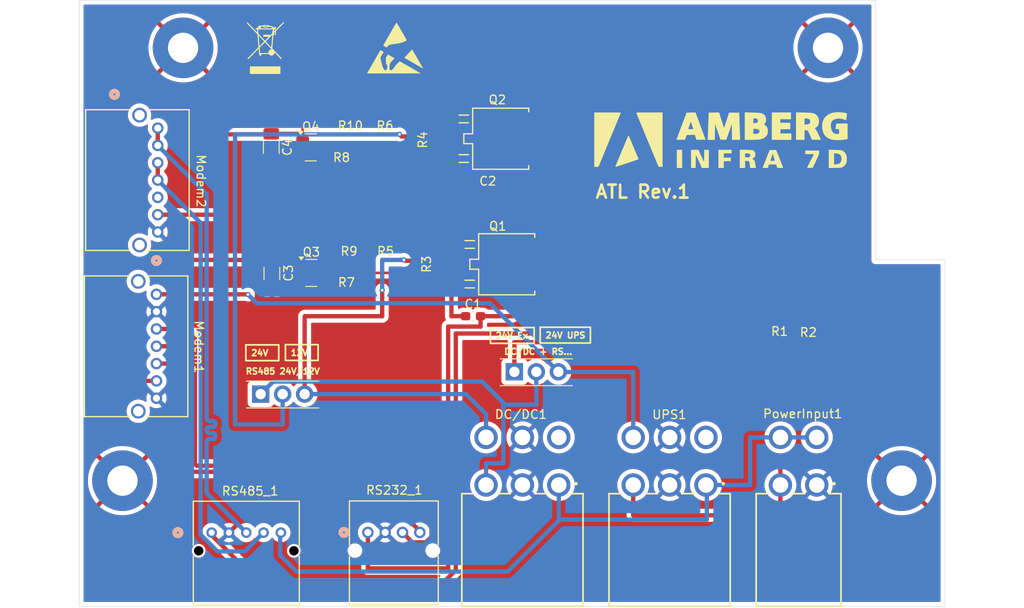
<source format=kicad_pcb>
(kicad_pcb (version 20240108) (generator "pcbnew") (generator_version "8.0")
  (title_block (title "Print.ATL") (date "2025-02-12") (rev "1.0"))
  (layers (0 "F.Cu" signal) (31 "B.Cu" signal) (34 "B.Paste" user) (35 "F.Paste" user) (36 "B.SilkS" user "B.Silkscreen") (37 "F.SilkS" user "F.Silkscreen") (38 "B.Mask" user) (39 "F.Mask" user) (44 "Edge.Cuts" user))
  (net 0 "")
  (net 1 "RS232_Plus")
  (net 2 "Net-(Q1-G)")
  (net 3 "Net-(Q2-G)")
  (net 4 "RS485_Plus")
  (net 5 "GND")
  (net 6 "Switch_RS232")
  (net 7 "Switch_RS485")
  (net 9 "Plus_13.5")
  (net 10 "Earth")
  (net 11 "Plus_DC24")
  (net 12 "Ex_Plus")
  (net 13 "Plus_24")
  (net 14 "Net-(Jumper_RS1-Pin_2)")
  (net 15 "RX")
  (net 16 "Signal_ExternPower")
  (net 17 "TX")
  (net 19 "R{slash}D-")
  (net 20 "R{slash}D+")
  (net 21 "Net-(Q3-D)")
  (net 22 "Net-(Q4-D)")
  (footprint "6490XX29522_64900629522:64900629522" (layer "F.Cu") (at 148.2 116)
    (property "Reference" "DC/DC1" (at -0.175 -15.65 0) (layer "F.SilkS"))
    (property "Value" "Conn_01x06_Pin")
    (pad "1" thru_hole circle (at 4.2 -7.5) (size 2.7 2.7) (drill 1.8) (layers "*.Cu" "*.Mask") (net 10 "Earth"))
    (pad "2" thru_hole circle (at 0 -7.5) (size 2.7 2.7) (drill 1.8) (layers "*.Cu" "*.Mask") (net 5 "GND"))
    (pad "3" thru_hole circle (at -4.2 -7.5) (size 2.7 2.7) (drill 1.8) (layers "*.Cu" "*.Mask") (net 11 "Plus_DC24"))
    (pad "4" thru_hole circle (at 4.2 -13) (size 2.7 2.7) (drill 1.8) (layers "*.Cu" "*.Mask"))
    (pad "5" thru_hole circle (at 0 -13) (size 2.7 2.7) (drill 1.8) (layers "*.Cu" "*.Mask") (net 5 "GND"))
    (pad "6" thru_hole circle (at -4.2 -13) (size 2.7 2.7) (drill 1.8) (layers "*.Cu" "*.Mask") (net 9 "Plus_13.5"))
  )
  (footprint "footprints:TO-252_D-PAK_AOS" (layer "F.Cu") (at 145.686825 68.5 -90)
    (property "Reference" "Q2" (at -4.5 0.386825 0) (layer "F.SilkS"))
    (property "Value" "NMOS")
    (pad "1" smd rect (at -2.286 6.5405 270) (size 0.9398 2.7432) (layers "F.Cu" "F.Paste" "F.Mask") (net 14 "Net-(Jumper_RS1-Pin_2)"))
    (pad "2" smd rect (at 2.286 6.5405 270) (size 0.9398 2.7432) (layers "F.Cu" "F.Paste" "F.Mask") (net 3 "Net-(Q2-G)"))
    (pad "3" smd rect (at 0 -1.8669 270) (size 5.5626 6.096) (layers "F.Cu" "F.Paste" "F.Mask") (net 4 "RS485_Plus"))
  )
  (footprint "Resistor_SMD:R_01005_0402Metric_Pad0.57x0.30mm_HandSolder" (layer "F.Cu") (at 132.396 80.5 180)
    (property "Reference" "R5" (at 0 -1 0) (layer "F.SilkS"))
    (property "Value" "220k")
    (pad "1" smd roundrect (at -0.3375 0 180) (size 0.575 0.3) (layers "F.Cu" "F.Mask") (net 9 "Plus_13.5"))
    (pad "2" smd roundrect (at 0.3375 0 180) (size 0.575 0.3) (layers "F.Cu" "F.Mask") (net 6 "Switch_RS232"))
  )
  (footprint "Resistor_SMD:R_01005_0402Metric_Pad0.57x0.30mm_HandSolder" (layer "F.Cu") (at 127.325725 69.5)
    (property "Reference" "R8" (at -0.025725 1.175 0) (layer "F.SilkS"))
    (property "Value" "100k")
    (pad "1" smd roundrect (at -0.3375 0) (size 0.575 0.3) (layers "F.Cu" "F.Mask") (net 22 "Net-(Q4-D)"))
    (pad "2" smd roundrect (at 0.3375 0) (size 0.575 0.3) (layers "F.Cu" "F.Mask") (net 3 "Net-(Q2-G)"))
  )
  (footprint "Resistor_SMD:R_01005_0402Metric_Pad0.57x0.30mm_HandSolder" (layer "F.Cu") (at 128.171 80.5 180)
    (property "Reference" "R9" (at 0 -1 0) (layer "F.SilkS"))
    (property "Value" "220k")
    (pad "1" smd roundrect (at -0.3375 0 180) (size 0.575 0.3) (layers "F.Cu" "F.Mask") (net 6 "Switch_RS232"))
    (pad "2" smd roundrect (at 0.3375 0 180) (size 0.575 0.3) (layers "F.Cu" "F.Mask") (net 5 "GND"))
  )
  (footprint "MountingHole:MountingHole_3.5mm_Pad_TopBottom" (layer "F.Cu") (at 192 108)
    (property "Reference" "REF**" (hide yes))
    (property "Value" "MountingHole_3.5mm_Pad_TopBottom")
    (pad "1" thru_hole circle (at 0 0) (size 3.9 3.9) (drill 3.5) (layers "*.Cu" "*.Mask"))
    (pad "1" connect circle (at 0 0) (size 7 7) (layers "F.Cu" "F.Mask") (net 5 "GND"))
    (pad "1" connect circle (at 0 0) (size 7 7) (layers "B.Cu" "B.Mask"))
  )
  (footprint "footprints:TO-252_D-PAK_AOS" (layer "F.Cu") (at 146.3831 83 -90)
    (property "Reference" "Q1" (at -4.4 1.0331 0) (layer "F.SilkS"))
    (property "Value" "NMOS")
    (pad "1" smd rect (at -2.286 6.5405 270) (size 0.9398 2.7432) (layers "F.Cu" "F.Paste" "F.Mask") (net 9 "Plus_13.5"))
    (pad "2" smd rect (at 2.286 6.5405 270) (size 0.9398 2.7432) (layers "F.Cu" "F.Paste" "F.Mask") (net 2 "Net-(Q1-G)"))
    (pad "3" smd rect (at 0 -1.8669 270) (size 5.5626 6.096) (layers "F.Cu" "F.Paste" "F.Mask") (net 1 "RS232_Plus"))
  )
  (footprint "Capacitor_SMD:C_1206_3216Metric_Pad1.33x1.80mm_HandSolder" (layer "F.Cu") (at 119.2585 84.0625 -90)
    (property "Reference" "C3" (at -0.0375 -1.9165 -90) (layer "F.SilkS"))
    (property "Value" "10U")
    (pad "1" smd roundrect (at -1.5625 0 270) (size 1.325 1.8) (layers "F.Cu" "F.Paste" "F.Mask") (roundrect_rratio 0.188679) (net 6 "Switch_RS232"))
    (pad "2" smd roundrect (at 1.5625 0 270) (size 1.325 1.8) (layers "F.Cu" "F.Paste" "F.Mask") (roundrect_rratio 0.188679) (net 5 "GND"))
  )
  (footprint "Resistor_SMD:R_01005_0402Metric_Pad0.57x0.30mm_HandSolder" (layer "F.Cu") (at 177.9 91.7625)
    (property "Reference" "R1" (at 0 -1 0) (layer "F.SilkS"))
    (property "Value" "6k")
    (pad "1" smd roundrect (at -0.3375 0) (size 0.575 0.3) (layers "F.Cu" "F.Mask") (net 12 "Ex_Plus"))
    (pad "2" smd roundrect (at 0.3375 0) (size 0.575 0.3) (layers "F.Cu" "F.Mask") (net 16 "Signal_ExternPower"))
  )
  (footprint "S04B_PASK_2:CONN4_S04B-PASK_JST" (layer "F.Cu") (at 130.346901 118.979699)
    (property "Reference" "RS232_1" (at 3.053099 -9.879699 0) (layer "F.SilkS"))
    (property "Value" "Conn_01x04_Socket" (hide yes))
    (pad "" np_thru_hole circle (at -1.5 -2.899999) (size 1.1938 1.1938) (drill 1.1938) (layers "*.Cu" "*.Mask"))
    (pad "" np_thru_hole circle (at 7.499998 -2.899999) (size 1.1938 1.1938) (drill 1.1938) (layers "*.Cu" "*.Mask"))
    (pad "1" thru_hole circle (at 0 -5) (size 1.3208 1.3208) (drill 0.8128) (layers "*.Cu" "*.Mask") (net 1 "RS232_Plus"))
    (pad "2" thru_hole circle (at 1.999999 -5) (size 1.3208 1.3208) (drill 0.8128) (layers "*.Cu" "*.Mask") (net 5 "GND"))
    (pad "3" thru_hole circle (at 4 -5) (size 1.3208 1.3208) (drill 0.8128) (layers "*.Cu" "*.Mask") (net 17 "TX"))
    (pad "4" thru_hole circle (at 5.999998 -5) (size 1.3208 1.3208) (drill 0.8128) (layers "*.Cu" "*.Mask") (net 15 "RX"))
  )
  (footprint "Resistor_SMD:R_01005_0402Metric_Pad0.57x0.30mm_HandSolder" (layer "F.Cu") (at 136.124 83 -90)
    (property "Reference" "R3" (at 0 -1 90) (layer "F.SilkS"))
    (property "Value" "47k")
    (pad "1" smd roundrect (at -0.3375 0 270) (size 0.575 0.3) (layers "F.Cu" "F.Mask") (net 9 "Plus_13.5"))
    (pad "2" smd roundrect (at 0.3375 0 270) (size 0.575 0.3) (layers "F.Cu" "F.Mask") (net 2 "Net-(Q1-G)"))
  )
  (footprint "Symbol:Symbol_HighVoltage_Triangle_6x6mm_Copper" (layer "F.Cu") (at 125.5 58)
    (property "Reference" "REF**" (hide yes))
    (property "Value" "Symbol_HighVoltage_Triangle_6x6mm_Copper" (hide yes))
    (fp_line (start -3 2.6) (end 0 -2.6) (stroke (width 0.4)) (layer "F.Cu"))
    (fp_line (start -2.456839 2.564632) (end -2.723161 2.155368) (stroke (width 0.2)) (layer "F.Cu"))
    (fp_line (start -0.28 0.03) (end -0.08 0.21) (stroke (width 0.2)) (layer "F.Cu"))
    (fp_line (start -0.26 1.36) (end 0.21 1.46) (stroke (width 0.1016)) (layer "F.Cu"))
    (fp_line (start -0.135 0.295) (end 0.115 0.465) (stroke (width 0.2)) (layer "F.Cu"))
    (fp_line (start -0.125 -2.14) (end 0.125 -2.14) (stroke (width 0.2)) (layer "F.Cu"))
    (fp_line (start 0 -2.6) (end 3 2.6) (stroke (width 0.4)) (layer "F.Cu"))
    (fp_line (start 2.466839 2.564632) (end 2.733161 2.155368) (stroke (width 0.2)) (layer "F.Cu"))
    (fp_line (start 3 2.6) (end -3 2.6) (stroke (width 0.4)) (layer "F.Cu"))
    (fp_poly (pts (xy -0.321167 0.284) (xy 0.5255 -0.171083) (xy 0.04925 1.564583) (xy 0.292667 1.416417) (xy -0.14125 2.062) (xy -0.3 1.3) (xy -0.130667 1.532834) (xy 0.070417 0.273417) (xy -0.7445 0.707334) (xy -0.215334 -1.165916) (xy 0.30325 -1.165916)) (stroke (width 0.1)) (fill solid) (layer "F.Cu"))
  )
  (footprint "Symbol:ESD-Logo_6.6x6mm_SilkScreen" (layer "F.Cu") (at 133.5 58)
    (property "Reference" "REF**" (hide yes))
    (property "Value" "ESD-Logo_6.6x6mm_SilkScreen" (hide yes))
  )
  (footprint "S07B_PASK_2_LF__SN_:CONN7_K-2LFSN_JST" (layer "F.Cu") (at 100.925 86.475 -90)
    (property "Reference" "Modem1" (at 6.075001 -9.899999 -90) (layer "F.SilkS"))
    (property "Value" "Conn_01x07_Pin")
    (pad "1" thru_hole circle (at 0 -5 90) (size 1.3208 1.3208) (drill 0.8128) (layers "*.Cu" "*.Mask") (net 13 "Plus_24"))
    (pad "2" thru_hole circle (at 2.000001 -5 90) (size 1.3208 1.3208) (drill 0.8128) (layers "*.Cu" "*.Mask") (net 5 "GND"))
    (pad "3" thru_hole circle (at 4 -5 90) (size 1.3208 1.3208) (drill 0.8128) (layers "*.Cu" "*.Mask") (net 17 "TX"))
    (pad "4" thru_hole circle (at 6.000001 -5 90) (size 1.3208 1.3208) (drill 0.8128) (layers "*.Cu" "*.Mask") (net 15 "RX"))
    (pad "5" thru_hole circle (at 8.000002 -5 90) (size 1.3208 1.3208) (drill 0.8128) (layers "*.Cu" "*.Mask") (net 16 "Signal_ExternPower"))
    (pad "6" thru_hole circle (at 10 -5 90) (size 1.3208 1.3208) (drill 0.8128) (layers "*.Cu" "*.Mask") (net 6 "Switch_RS232"))
    (pad "7" thru_hole circle (at 12.000002 -5 90) (size 1.3208 1.3208) (drill 0.8128) (layers "*.Cu" "*.Mask") (net 5 "GND"))
    (pad "8" thru_hole circle (at -1.499999 -2.899999 90) (size 1.7018 1.7018) (drill 1.1938) (layers "*.Cu" "*.Mask"))
    (pad "9" thru_hole circle (at 13.500001 -2.899999 90) (size 1.7018 1.7018) (drill 1.1938) (layers "*.Cu" "*.Mask"))
  )
  (footprint "Resistor_SMD:R_01005_0402Metric_Pad0.57x0.30mm_HandSolder" (layer "F.Cu") (at 181.25 91.7625)
    (property "Reference" "R2" (at -0.025 -0.8875 0) (layer "F.SilkS"))
    (property "Value" "10k")
    (pad "1" smd roundrect (at -0.3375 0) (size 0.575 0.3) (layers "F.Cu" "F.Mask") (net 16 "Signal_ExternPower"))
    (pad "2" smd roundrect (at 0.3375 0) (size 0.575 0.3) (layers "F.Cu" "F.Mask") (net 5 "GND"))
  )
  (footprint "MountingHole:MountingHole_3.5mm_Pad_TopBottom" (layer "F.Cu") (at 109 58)
    (property "Reference" "REF**" (hide yes))
    (property "Value" "MountingHole_3.5mm_Pad_TopBottom")
    (pad "1" thru_hole circle (at 0 0) (size 3.9 3.9) (drill 3.5) (layers "*.Cu" "*.Mask"))
    (pad "1" connect circle (at 0 0) (size 7 7) (layers "F.Cu" "F.Mask") (net 5 "GND"))
    (pad "1" connect circle (at 0 0) (size 7 7) (layers "B.Cu" "B.Mask"))
  )
  (footprint "TerminalBlock:TerminalBlock_Xinya_XY308-2.54-3P_1x03_P2.54mm_Horizontal" (layer "F.Cu") (at 117.96 98)
    (property "Reference" "Jumper_RS1" (hide yes))
    (property "Value" "Conn_01x03_Pin" (hide yes))
    (pad "1" thru_hole rect (at 0 0) (size 2 2) (drill 1.2) (layers "*.Cu" "*.Mask") (net 11 "Plus_DC24"))
    (pad "2" thru_hole circle (at 2.54 0) (size 2 2) (drill 1.2) (layers "*.Cu" "*.Mask") (net 14 "Net-(Jumper_RS1-Pin_2)"))
    (pad "3" thru_hole circle (at 5.08 0) (size 2 2) (drill 1.2) (layers "*.Cu" "*.Mask") (net 9 "Plus_13.5"))
  )
  (footprint "Capacitor_SMD:C_0603_1608Metric_Pad1.08x0.95mm_HandSolder" (layer "F.Cu") (at 142.5 89 180)
    (property "Reference" "C1" (at 0 1.4 0) (layer "F.SilkS"))
    (property "Value" "10N")
    (pad "1" smd roundrect (at -0.8625 0 180) (size 1.075 0.95) (layers "F.Cu" "F.Paste" "F.Mask") (net 1 "RS232_Plus"))
    (pad "2" smd roundrect (at 0.8625 0 180) (size 1.075 0.95) (layers "F.Cu" "F.Paste" "F.Mask") (net 2 "Net-(Q1-G)"))
  )
  (footprint "S07B_PASK_2_LF__SN_:CONN7_K-2LFSN_JST" (layer "F.Cu") (at 101.075 67.275 -90)
    (property "Reference" "Modem2" (at 6.100001 -10 -90) (layer "F.SilkS"))
    (property "Value" "Conn_01x07_Pin")
    (pad "1" thru_hole circle (at 0 -5 90) (size 1.3208 1.3208) (drill 0.8128) (layers "*.Cu" "*.Mask") (net 20 "R{slash}D+"))
    (pad "2" thru_hole circle (at 2.000001 -5 90) (size 1.3208 1.3208) (drill 0.8128) (layers "*.Cu" "*.Mask") (net 20 "R{slash}D+"))
    (pad "3" thru_hole circle (at 4 -5 90) (size 1.3208 1.3208) (drill 0.8128) (layers "*.Cu" "*.Mask") (net 19 "R{slash}D-"))
    (pad "4" thru_hole circle (at 6.000001 -5 90) (size 1.3208 1.3208) (drill 0.8128) (layers "*.Cu" "*.Mask") (net 19 "R{slash}D-"))
    (pad "5" thru_hole circle (at 8.000002 -5 90) (size 1.3208 1.3208) (drill 0.8128) (layers "*.Cu" "*.Mask"))
    (pad "6" thru_hole circle (at 10 -5 90) (size 1.3208 1.3208) (drill 0.8128) (layers "*.Cu" "*.Mask") (net 7 "Switch_RS485"))
    (pad "7" thru_hole circle (at 12.000002 -5 90) (size 1.3208 1.3208) (drill 0.8128) (layers "*.Cu" "*.Mask") (net 5 "GND"))
    (pad "8" thru_hole circle (at -1.499999 -2.899999 90) (size 1.7018 1.7018) (drill 1.1938) (layers "*.Cu" "*.Mask"))
    (pad "9" thru_hole circle (at 13.500001 -2.899999 90) (size 1.7018 1.7018) (drill 1.1938) (layers "*.Cu" "*.Mask"))
  )
  (footprint "Resistor_SMD:R_01005_0402Metric_Pad0.57x0.30mm_HandSolder" (layer "F.Cu") (at 127.896 84)
    (property "Reference" "R7" (at -0.021 1.1 0) (layer "F.SilkS"))
    (property "Value" "100k")
    (pad "1" smd roundrect (at -0.3375 0) (size 0.575 0.3) (layers "F.Cu" "F.Mask") (net 21 "Net-(Q3-D)"))
    (pad "2" smd roundrect (at 0.3375 0) (size 0.575 0.3) (layers "F.Cu" "F.Mask") (net 2 "Net-(Q1-G)"))
  )
  (footprint "Resistor_SMD:R_01005_0402Metric_Pad0.57x0.30mm_HandSolder" (layer "F.Cu") (at 128.325725 66 180)
    (property "Reference" "R10" (at 0 -1 0) (layer "F.SilkS"))
    (property "Value" "220k")
    (pad "1" smd roundrect (at -0.3375 0 180) (size 0.575 0.3) (layers "F.Cu" "F.Mask") (net 7 "Switch_RS485"))
    (pad "2" smd roundrect (at 0.3375 0 180) (size 0.575 0.3) (layers "F.Cu" "F.Mask") (net 5 "GND"))
  )
  (footprint "Capacitor_SMD:C_1206_3216Metric_Pad1.33x1.80mm_HandSolder" (layer "F.Cu") (at 119.188225 69.5 -90)
    (property "Reference" "C4" (at 0 -1.85 90) (layer "F.SilkS"))
    (property "Value" "10U")
    (pad "1" smd roundrect (at -1.5625 0 270) (size 1.325 1.8) (layers "F.Cu" "F.Paste" "F.Mask") (roundrect_rratio 0.188679) (net 7 "Switch_RS485"))
    (pad "2" smd roundrect (at 1.5625 0 270) (size 1.325 1.8) (layers "F.Cu" "F.Paste" "F.Mask") (roundrect_rratio 0.188679) (net 5 "GND"))
  )
  (footprint "MountingHole:MountingHole_3.5mm_Pad_TopBottom" (layer "F.Cu") (at 102 108)
    (property "Reference" "REF**" (hide yes))
    (property "Value" "MountingHole_3.5mm_Pad_TopBottom")
    (pad "1" thru_hole circle (at 0 0) (size 3.9 3.9) (drill 3.5) (layers "*.Cu" "*.Mask"))
    (pad "1" connect circle (at 0 0) (size 7 7) (layers "F.Cu" "F.Mask") (net 5 "GND"))
    (pad "1" connect circle (at 0 0) (size 7 7) (layers "B.Cu" "B.Mask"))
  )
  (footprint "Package_TO_SOT_SMD:SOT-23" (layer "F.Cu") (at 123.750725 69.5)
    (property "Reference" "Q4" (at 0 -2.4 0) (layer "F.SilkS"))
    (property "Value" "NMOS")
    (pad "1" smd roundrect (at -0.9375 -0.95) (size 1.475 0.6) (layers "F.Cu" "F.Paste" "F.Mask") (net 7 "Switch_RS485"))
    (pad "2" smd roundrect (at -0.9375 0.95) (size 1.475 0.6) (layers "F.Cu" "F.Paste" "F.Mask") (net 5 "GND"))
    (pad "3" smd roundrect (at 0.9375 0) (size 1.475 0.6) (layers "F.Cu" "F.Paste" "F.Mask") (net 22 "Net-(Q4-D)"))
  )
  (footprint "Symbol:WEEE-Logo_4.2x6mm_SilkScreen" (layer "F.Cu") (at 118.5 58)
    (property "Reference" "REF**" (hide yes))
    (property "Value" "WEEE-Logo_4.2x6mm_SilkScreen" (hide yes))
  )
  (footprint "Resistor_SMD:R_01005_0402Metric_Pad0.57x0.30mm_HandSolder" (layer "F.Cu") (at 135.688225 68.6375 -90)
    (property "Reference" "R4" (at 0 -1 90) (layer "F.SilkS"))
    (property "Value" "47k")
    (pad "1" smd roundrect (at -0.3375 0 270) (size 0.575 0.3) (layers "F.Cu" "F.Mask") (net 14 "Net-(Jumper_RS1-Pin_2)"))
    (pad "2" smd roundrect (at 0.3375 0 270) (size 0.575 0.3) (layers "F.Cu" "F.Mask") (net 3 "Net-(Q2-G)"))
  )
  (footprint "MountingHole:MountingHole_3.5mm_Pad_TopBottom" (layer "F.Cu") (at 183.5 58)
    (property "Reference" "REF**" (hide yes))
    (property "Value" "MountingHole_3.5mm_Pad_TopBottom")
    (fp_text user "${REFERENCE}" (at 0 0 0) (layer "F.Cu"))
    (pad "1" thru_hole circle (at 0 0) (size 3.9 3.9) (drill 3.5) (layers "*.Cu" "*.Mask"))
    (pad "1" connect circle (at 0 0) (size 7 7) (layers "F.Cu" "F.Mask") (net 5 "GND"))
    (pad "1" connect circle (at 0 0) (size 7 7) (layers "B.Cu" "B.Mask"))
  )
  (footprint "6490XX29522_64900429522 (1):64900429522" (layer "F.Cu") (at 180.1 116)
    (property "Reference" "PowerInput1" (at 0.475 -15.725 0) (layer "F.SilkS"))
    (property "Value" "Conn_01x04_Socket")
    (pad "1" thru_hole circle (at 2.1 -7.5) (size 2.7 2.7) (drill 1.8) (layers "*.Cu" "*.Mask") (net 5 "GND"))
    (pad "2" thru_hole circle (at -2.1 -7.5) (size 2.7 2.7) (drill 1.8) (layers "*.Cu" "*.Mask") (net 12 "Ex_Plus"))
    (pad "3" thru_hole circle (at 2.1 -13) (size 2.7 2.7) (drill 1.8) (layers "*.Cu" "*.Mask") (net 10 "Earth"))
    (pad "4" thru_hole circle (at -2.1 -13) (size 2.7 2.7) (drill 1.8) (layers "*.Cu" "*.Mask") (net 10 "Earth"))
  )
  (footprint "Resistor_SMD:R_01005_0402Metric_Pad0.57x0.30mm_HandSolder" (layer "F.Cu") (at 132.325725 66 180)
    (property "Reference" "R6" (at 0 -1 0) (layer "F.SilkS"))
    (property "Value" "220k")
    (pad "1" smd roundrect (at -0.3375 0 180) (size 0.575 0.3) (layers "F.Cu" "F.Mask") (net 14 "Net-(Jumper_RS1-Pin_2)"))
    (pad "2" smd roundrect (at 0.3375 0 180) (size 0.575 0.3) (layers "F.Cu" "F.Mask") (net 7 "Switch_RS485"))
  )
  (footprint "6490XX29522_64900629522:64900629522" (layer "F.Cu") (at 165.2 116)
    (property "Reference" "UPS1" (at -0.025 -15.625 0) (layer "F.SilkS"))
    (property "Value" "Conn_01x06_Pin")
    (pad "1" thru_hole circle (at 4.2 -7.5) (size 2.7 2.7) (drill 1.8) (layers "*.Cu" "*.Mask") (net 10 "Earth"))
    (pad "2" thru_hole circle (at 0 -7.5) (size 2.7 2.7) (drill 1.8) (layers "*.Cu" "*.Mask") (net 5 "GND"))
    (pad "3" thru_hole circle (at -4.2 -7.5) (size 2.7 2.7) (drill 1.8) (layers "*.Cu" "*.Mask") (net 12 "Ex_Plus"))
    (pad "4" thru_hole circle (at 4.2 -13) (size 2.7 2.7) (drill 1.8) (layers "*.Cu" "*.Mask"))
    (pad "5" thru_hole circle (at 0 -13) (size 2.7 2.7) (drill 1.8) (layers "*.Cu" "*.Mask") (net 5 "GND"))
    (pad "6" thru_hole circle (at -4.2 -13) (size 2.7 2.7) (drill 1.8) (layers "*.Cu" "*.Mask") (net 13 "Plus_24"))
  )
  (footprint "Capacitor_SMD:C_0201_0603Metric_Pad0.64x0.40mm_HandSolder" (layer "F.Cu") (at 144.188225 74.5 180)
    (property "Reference" "C2" (at -0.011775 1.1 0) (layer "F.SilkS"))
    (property "Value" "10N")
    (pad "1" smd roundrect (at -0.4075 0 180) (size 0.635 0.4) (layers "F.Cu" "F.Mask") (net 4 "RS485_Plus"))
    (pad "2" smd roundrect (at 0.4075 0 180) (size 0.635 0.4) (layers "F.Cu" "F.Mask") (net 3 "Net-(Q2-G)"))
  )
  (footprint "TerminalBlock:TerminalBlock_Xinya_XY308-2.54-3P_1x03_P2.54mm_Horizontal" (layer "F.Cu") (at 147.27 95.425)
    (property "Reference" "Jumper_DC1" (hide yes))
    (property "Value" "Conn_01x03_Pin")
    (pad "1" thru_hole rect (at 0 0) (size 2 2) (drill 1.2) (layers "*.Cu" "*.Mask") (net 12 "Ex_Plus"))
    (pad "2" thru_hole circle (at 2.54 0) (size 2 2) (drill 1.2) (layers "*.Cu" "*.Mask") (net 11 "Plus_DC24"))
    (pad "3" thru_hole circle (at 5.08 0) (size 2 2) (drill 1.2) (layers "*.Cu" "*.Mask") (net 13 "Plus_24"))
  )
  (footprint "Package_TO_SOT_SMD:SOT-23" (layer "F.Cu") (at 123.821 84)
    (property "Reference" "Q3" (at 0 -2.4 0) (layer "F.SilkS"))
    (property "Value" "NMOS")
    (pad "1" smd roundrect (at -0.9375 -0.95) (size 1.475 0.6) (layers "F.Cu" "F.Paste" "F.Mask") (net 6 "Switch_RS232"))
    (pad "2" smd roundrect (at -0.9375 0.95) (size 1.475 0.6) (layers "F.Cu" "F.Paste" "F.Mask") (net 5 "GND"))
    (pad "3" smd roundrect (at 0.9375 0) (size 1.475 0.6) (layers "F.Cu" "F.Paste" "F.Mask") (net 21 "Net-(Q3-D)"))
  )
  (footprint "Logo:logo" (layer "F.Cu") (at 171.5 69)
    (property "Reference" "G***" (hide yes))
    (property "Value" "LOGO" (hide yes))
  )
  (footprint "S05B_PASK_2_LF__SN_:CONN_S05B-PASK-2_JST" (layer "F.Cu") (at 112.300001 114)
    (property "Reference" "RS485_1" (at 4.449999 -4.8 0) (layer "F.SilkS"))
    (property "Value" "Conn_01x04_Socket")
    (pad "" np_thru_hole circle (at -1.5 2.100001) (size 1.0922 1.0922) (drill 1.0922) (layers))
    (pad "" np_thru_hole circle (at 9.499999 2.100001) (size 1.0922 1.0922) (drill 1.0922) (layers))
    (pad "1" thru_hole circle (at 0 0) (size 1.2192 1.2192) (drill 0.7112) (layers "*.Cu" "*.Mask") (net 4 "RS485_Plus"))
    (pad "2" thru_hole circle (at 1.999999 0) (size 1.2192 1.2192) (drill 0.7112) (layers "*.Cu" "*.Mask") (net 5 "GND"))
    (pad "3" thru_hole circle (at 4 0) (size 1.2192 1.2192) (drill 0.7112) (layers "*.Cu" "*.Mask") (net 20 "R{slash}D+"))
    (pad "4" thru_hole circle (at 6.000001 0) (size 1.2192 1.2192) (drill 0.7112) (layers "*.Cu" "*.Mask") (net 19 "R{slash}D-"))
    (pad "5" thru_hole circle (at 7.999999 0) (size 1.2192 1.2192) (drill 0.7112) (layers "*.Cu" "*.Mask") (net 10 "Earth"))
  )
  (gr_line (start 189 82.5) (end 197 82.5) (stroke (width 0.05)) (layer "Edge.Cuts"))
  (gr_line (start 197 122.5) (end 97 122.5) (stroke (width 0.05)) (layer "Edge.Cuts"))
  (gr_line (start 97 52.5) (end 189 52.5) (stroke (width 0.05)) (layer "Edge.Cuts"))
  (gr_line (start 97 122.5) (end 97 52.5) (stroke (width 0.05)) (layer "Edge.Cuts"))
  (gr_line (start 197 82.5) (end 197 122.5) (stroke (width 0.05)) (layer "Edge.Cuts"))
  (gr_line (start 189 52.5) (end 189 82.5) (stroke (width 0.05)) (layer "Edge.Cuts"))
  (gr_text "DC/DC + RS..." (at 146 93.5 0) (layer "F.SilkS") (effects (font (size 0.7 0.7) (thickness 0.175) (bold yes)) (justify left bottom)))
  (gr_text "RS485 24V/12V" (at 116.15 95.775 0) (layer "F.SilkS") (effects (font (size 0.7 0.7) (thickness 0.175) (bold yes)) (justify left bottom)))
  (gr_text "ATL Rev.1" (at 156.5 75.5 0) (layer "F.SilkS") (effects (font (size 1.5 1.5) (thickness 0.3) (bold yes)) (justify left bottom)))
  (gr_text_box "24V" (start 116.25 92.3125) (end 120.05 94.1375) (layer "F.SilkS") (effects (font (size 0.7 0.7) (thickness 0.175) (bold yes)) (justify left top)) (border yes) (stroke (width 0.2)))
  (gr_text_box "24V Ex" (start 144.5 90.3125) (end 149.55 92.1375) (layer "F.SilkS") (effects (font (size 0.7 0.7) (thickness 0.175) (bold yes)) (justify left top)) (border yes) (stroke (width 0.2)))
  (gr_text_box "24V UPS" (start 150.25 90.275) (end 156.05 92.1) (layer "F.SilkS") (effects (font (size 0.7 0.7) (thickness 0.175) (bold yes)) (justify left top)) (border yes) (stroke (width 0.2)))
  (gr_text_box "12V" (start 120.825 92.2875) (end 124.6 94.1125) (layer "F.SilkS") (effects (font (size 0.7 0.7) (thickness 0.175) (bold yes)) (justify left top)) (border yes) (stroke (width 0.2)))
  (segment (start 139.622282 90.200638) (end 143.3625 90.200638) (width 0.5) (layer "F.Cu") (net 1))
  (segment (start 143.3625 90.200638) (end 143.3625 89) (width 0.5) (layer "F.Cu") (net 1))
  (segment (start 143.3625 89) (end 147 89) (width 0.5) (layer "F.Cu") (net 1))
  (segment (start 130.346901 113.979699) (end 130.346901 118.127718) (width 0.5) (layer "F.Cu") (net 1))
  (segment (start 147 89) (end 147 84.25) (width 0.5) (layer "F.Cu") (net 1))
  (segment (start 146.391767 84.732233) (end 148.124 83) (width 0.2) (layer "F.Cu") (net 1))
  (segment (start 130.346901 118.127718) (end 139.622282 118.127718) (width 0.5) (layer "F.Cu") (net 1))
  (segment (start 139.622282 118.127718) (end 139.622282 90.200638) (width 0.5) (layer "F.Cu") (net 1))
  (segment (start 147 84.25) (end 148.25 83) (width 0.5) (layer "F.Cu") (net 1))
  (segment (start 136.125 83.401) (end 136.125 85.3) (width 0.5) (layer "F.Cu") (net 2))
  (segment (start 138.726135 85.3) (end 137.925 85.3) (width 0.5) (layer "F.Cu") (net 2))
  (segment (start 136.124 84) (end 136.124 83.3375) (width 0.3) (layer "F.Cu") (net 2))
  (segment (start 140 89) (end 140 85.4434) (width 0.5) (layer "F.Cu") (net 2))
  (segment (start 141.6375 89) (end 140 89) (width 0.5) (layer "F.Cu") (net 2))
  (segment (start 128.2335 84) (end 136.124 84) (width 0.3) (layer "F.Cu") (net 2))
  (segment (start 136.124 83.4) (end 136.125 83.401) (width 0.5) (layer "F.Cu") (net 2))
  (segment (start 136.125 85.3) (end 136.8 85.3) (width 0.5) (layer "F.Cu") (net 2))
  (segment (start 137.939 85.286) (end 139.8426 85.286) (width 0.5) (layer "F.Cu") (net 2))
  (segment (start 137.925 85.3) (end 137.939 85.286) (width 0.5) (layer "F.Cu") (net 2))
  (segment (start 137.925 85.3) (end 136.8 85.3) (width 0.5) (layer "F.Cu") (net 2))
  (segment (start 140 85.4434) (end 139.8426 85.286) (width 0.5) (layer "F.Cu") (net 2))
  (segment (start 139.146325 70.786) (end 135.688225 70.786) (width 0.5) (layer "F.Cu") (net 3))
  (segment (start 139.146325 74.5) (end 139.146325 70.786) (width 0.5) (layer "F.Cu") (net 3))
  (segment (start 135.688225 69.5) (end 135.688225 68.975) (width 0.3) (layer "F.Cu") (net 3))
  (segment (start 135.688225 70.786) (end 135.688225 69.0375) (width 0.5) (layer "F.Cu") (net 3))
  (segment (start 143.780725 74.5) (end 139.146325 74.5) (width 0.5) (layer "F.Cu") (net 3))
  (segment (start 127.663225 69.5) (end 135.688225 69.5) (width 0.3) (layer "F.Cu") (net 3))
  (segment (start 138.831701 120) (end 140.502581 118.32912) (width 0.5) (layer "F.Cu") (net 4))
  (segment (start 147.553725 74.5) (end 147.553725 68.5) (width 0.5) (layer "F.Cu") (net 4))
  (segment (start 153.5 91) (end 153.5 74.5) (width 0.5) (layer "F.Cu") (net 4))
  (segment (start 140.502581 118.32912) (end 140.502581 91) (width 0.5) (layer "F.Cu") (net 4))
  (segment (start 140.502581 91) (end 153.5 91) (width 0.5) (layer "F.Cu") (net 4))
  (segment (start 153.5 74.5) (end 144.595725 74.5) (width 0.5) (layer "F.Cu") (net 4))
  (segment (start 112.204051 114.195301) (end 118.00875 120) (width 0.5) (layer "F.Cu") (net 4))
  (segment (start 144.595725 74.5) (end 147.553725 74.5) (width 0.5) (layer "F.Cu") (net 4))
  (segment (start 118.00875 120) (end 138.831701 120) (width 0.5) (layer "F.Cu") (net 4))
  (segment (start 106.125002 98.25) (end 106.025001 98.350001) (width 0.5) (layer "F.Cu") (net 5))
  (segment (start 128.5 81.5) (end 122.875 81.5) (width 0.3) (layer "F.Cu") (net 6))
  (segment (start 132.0585 80.5) (end 128.5085 80.5) (width 0.3) (layer "F.Cu") (net 6))
  (segment (start 100.8 82.5) (end 100.8 96.475) (width 0.5) (layer "F.Cu") (net 6))
  (segment (start 128.5085 81.47948) (end 128.5 81.5) (width 0.3) (layer "F.Cu") (net 6))
  (segment (start 122.3335 82.5) (end 122.8835 83.05) (width 0.5) (layer "F.Cu") (net 6))
  (segment (start 128.5085 80.5) (end 128.5085 81.47948) (width 0.3) (layer "F.Cu") (net 6))
  (segment (start 122.875 83.0415) (end 122.8835 83.05) (width 0.3) (layer "F.Cu") (net 6))
  (segment (start 100.8 96.475) (end 105.925 96.475) (width 0.5) (layer "F.Cu") (net 6))
  (segment (start 119.2585 82.5) (end 100.8 82.5) (width 0.5) (layer "F.Cu") (net 6))
  (segment (start 122.875 81.5) (end 122.875 83.0415) (width 0.3) (layer "F.Cu") (net 6))
  (segment (start 119.2585 82.5) (end 122.3335 82.5) (width 0.5) (layer "F.Cu") (net 6))
  (segment (start 128.663225 66) (end 128.663225 66.961775) (width 0.3) (layer "F.Cu") (net 7))
  (segment (start 128.663225 66.961775) (end 128.625 67) (width 0.3) (layer "F.Cu") (net 7))
  (segment (start 119.188225 67.9375) (end 122.200736 67.9375) (width 0.5) (layer "F.Cu") (net 7))
  (segment (start 128.625 67) (end 122.85 67) (width 0.3) (layer "F.Cu") (net 7))
  (segment (start 113.3 68.275) (end 113.577056 67.997944) (width 0.5) (layer "F.Cu") (net 7))
  (segment (start 131.988225 66) (end 128.663225 66) (width 0.3) (layer "F.Cu") (net 7))
  (segment (start 106.075 77.275) (end 106.075001 77.274999) (width 0.5) (layer "F.Cu") (net 7))
  (segment (start 113.577056 67.997944) (end 119.079372 67.997944) (width 0.5) (layer "F.Cu") (net 7))
  (segment (start 122.813225 68.55) (end 122.200736 67.9375) (width 0.5) (layer "F.Cu") (net 7))
  (segment (start 113.3 77.274999) (end 113.3 68.275) (width 0.5) (layer "F.Cu") (net 7))
  (segment (start 106.075001 77.274999) (end 113.3 77.274999) (width 0.5) (layer "F.Cu") (net 7))
  (segment (start 122.85 67) (end 122.813225 67.036775) (width 0.3) (layer "F.Cu") (net 7))
  (segment (start 122.813225 67.036775) (end 122.813225 68.55) (width 0.3) (layer "F.Cu") (net 7))
  (arc (start 119.079372 67.997944) (mid 119.137929 67.97481) (end 119.188225 67.9375) (width 0.5) (layer "F.Cu") (net 7))
  (segment (start 136.124 81.907744) (end 136.124 81.030872) (width 0.5) (layer "F.Cu") (net 9))
  (segment (start 133.069115 80.714) (end 136.124 80.714) (width 0.5) (layer "F.Cu") (net 9))
  (segment (start 132.840194 80.544195) (end 132.895665 80.596207) (width 0.5) (layer "F.Cu") (net 9))
  (segment (start 123.04 89.04) (end 123.08 89) (width 0.5) (layer "F.Cu") (net 9))
  (segment (start 139.8426 80.714) (end 136.124 80.714) (width 0.5) (layer "F.Cu") (net 9))
  (segment (start 136.124 80.714) (end 136.124 81.907744) (width 0.5) (layer "F.Cu") (net 9))
  (segment (start 132 89) (end 132 86) (width 0.5) (layer "F.Cu") (net 9))
  (segment (start 123.08 89) (end 132 89) (width 0.5) (layer "F.Cu") (net 9))
  (segment (start 134.549619 82.54563) (end 134.67407 82.597175) (width 0.5) (layer "F.Cu") (net 9))
  (segment (start 132.796 80.5) (end 132.840194 80.544195) (width 0.5) (layer "F.Cu") (net 9))
  (segment (start 134.5 82.5) (end 134.549619 82.54563) (width 0.5) (layer "F.Cu") (net 9))
  (segment (start 134.741421 82.6) (end 136.124 82.6) (width 0.5) (layer "F.Cu") (net 9))
  (segment (start 132.895665 80.596207) (end 133.027311 80.672196) (width 0.5) (layer "F.Cu") (net 9))
  (segment (start 123.04 89.04) (end 123.04 98) (width 0.5) (layer "F.Cu") (net 9))
  (segment (start 133.027311 80.672196) (end 133.069115 80.714) (width 0.5) (layer "F.Cu") (net 9))
  (segment (start 136.124 81.907744) (end 136.124 82.6) (width 0.5) (layer "F.Cu") (net 9))
  (segment (start 134.67407 82.597175) (end 134.741421 82.6) (width 0.5) (layer "F.Cu") (net 9))
  (via (at 134.5 82.5) (size 0.6) (drill 0.3) (layers "F.Cu" "B.Cu") (net 9))
  (via (at 132 86) (size 0.6) (drill 0.3) (layers "F.Cu" "B.Cu") (net 9))
  (segment (start 123.04 98) (end 141.675 98) (width 0.5) (layer "B.Cu") (net 9))
  (segment (start 141.675 98) (end 144 100.325) (width 0.5) (layer "B.Cu") (net 9))
  (segment (start 132 82.5) (end 134.5 82.5) (width 0.5) (layer "B.Cu") (net 9))
  (segment (start 132 86) (end 132 82.5) (width 0.5) (layer "B.Cu") (net 9))
  (segment (start 144 100.325) (end 144 103) (width 0.5) (layer "B.Cu") (net 9))
  (arc (start 169.5 108.741421) (mid 169.474011 108.610765) (end 169.4 108.5) (width 0.2) (layer "F.Cu") (net 10))
  (arc (start 152.5 108.741421) (mid 152.474011 108.610765) (end 152.4 108.5) (width 0.5) (layer "F.Cu") (net 10))
  (segment (start 120.20405 114.195301) (end 120.20405 116.59595) (width 0.5) (layer "B.Cu") (net 10))
  (segment (start 152.5 112.5) (end 169.5 112.5) (width 0.5) (layer "B.Cu") (net 10))
  (segment (start 174.5 108.5) (end 174.5 103) (width 0.5) (layer "B.Cu") (net 10))
  (segment (start 174.5 103) (end 178 103) (width 0.5) (layer "B.Cu") (net 10))
  (segment (start 146.5 118.5) (end 152.5 112.5) (width 0.5) (layer "B.Cu") (net 10))
  (segment (start 122.1081 118.5) (end 146.5 118.5) (width 0.5) (layer "B.Cu") (net 10))
  (segment (start 169.4 108.5) (end 174.5 108.5) (width 0.5) (layer "B.Cu") (net 10))
  (segment (start 178 103) (end 182.2 103) (width 0.5) (layer "B.Cu") (net 10))
  (segment (start 169.5 112.5) (end 169.5 108.741421) (width 0.5) (layer "B.Cu") (net 10))
  (segment (start 120.20405 116.59595) (end 122.1081 118.5) (width 0.5) (layer "B.Cu") (net 10))
  (segment (start 152.4 108.5) (end 152.4 112.258579) (width 0.5) (layer "B.Cu") (net 10))
  (arc (start 152.4 112.258579) (mid 152.425989 112.389235) (end 152.5 112.5) (width 0.5) (layer "B.Cu") (net 10))
  (arc (start 169.5 108.741421) (mid 169.474011 108.610765) (end 169.4 108.5) (width 0.5) (layer "B.Cu") (net 10))
  (segment (start 117.96 98) (end 117.71 98.25) (width 0.5) (layer "F.Cu") (net 11))
  (segment (start 117.96 98) (end 117.96 97.815) (width 0.5) (layer "F.Cu") (net 11))
  (segment (start 117.96 97.815) (end 118.05 97.725) (width 0.5) (layer "F.Cu") (net 11))
  (segment (start 146.225 99.225) (end 143.55 96.55) (width 0.5) (layer "B.Cu") (net 11))
  (segment (start 119.41 96.55) (end 117.96 98) (width 0.5) (layer "B.Cu") (net 11))
  (segment (start 149.81 99.225) (end 146.225 99.225) (width 0.5) (layer "B.Cu") (net 11))
  (segment (start 149.81 95.425) (end 149.81 99.225) (width 0.5) (layer "B.Cu") (net 11))
  (segment (start 146 106) (end 144 106) (width 0.5) (layer "B.Cu") (net 11))
  (segment (start 146 99.235) (end 146 106) (width 0.5) (layer "B.Cu") (net 11))
  (segment (start 146.225 99.225) (end 146.01 99.225) (width 0.5) (layer "B.Cu") (net 11))
  (segment (start 143.55 96.55) (end 119.41 96.55) (width 0.5) (layer "B.Cu") (net 11))
  (segment (start 146.01 99.225) (end 146 99.235) (width 0.5) (layer "B.Cu") (net 11))
  (segment (start 144 106) (end 144 108.5) (width 0.5) (layer "B.Cu") (net 11))
  (arc (start 118 97.903432) (mid 117.989604 97.955694) (end 117.96 98) (width 0.5) (layer "B.Cu") (net 11))
  (segment (start 147.27 95.425) (end 147.27 92) (width 0.5) (layer "F.Cu") (net 12))
  (segment (start 185 98.5) (end 185 106) (width 0.5) (layer "F.Cu") (net 12))
  (segment (start 177.5 91.825) (end 177.5 98.5) (width 0.5) (layer "F.Cu") (net 12))
  (segment (start 177.325 92) (end 177.5 91.825) (width 0.5) (layer "F.Cu") (net 12))
  (segment (start 147.27 92) (end 177.325 92) (width 0.5) (layer "F.Cu") (net 12))
  (segment (start 178 106) (end 178 108.5) (width 0.5) (layer "F.Cu") (net 12))
  (segment (start 161 112) (end 178 112) (width 0.5) (layer "F.Cu") (net 12))
  (segment (start 161 108.5) (end 161 112) (width 0.5) (layer "F.Cu") (net 12))
  (segment (start 177.5 98.5) (end 185 98.5) (width 0.5) (layer "F.Cu") (net 12))
  (segment (start 185 106) (end 178 106) (width 0.5) (layer "F.Cu") (net 12))
  (segment (start 178 112) (end 178 108.5) (width 0.5) (layer "F.Cu") (net 12))
  (segment (start 116.475 86.475) (end 116.5 86.5) (width 0.5) (layer "F.Cu") (net 13))
  (segment (start 105.925 86.475) (end 116.475 86.475) (width 0.5) (layer "F.Cu") (net 13))
  (via (at 116.5 86.5) (size 0.6) (drill 0.3) (layers "F.Cu" "B.Cu") (net 13))
  (segment (start 152.375 95.45) (end 152.35 95.425) (width 0.5) (layer "B.Cu") (net 13))
  (segment (start 144.425 87.5) (end 117.5 87.5) (width 0.5) (layer "B.Cu") (net 13))
  (segment (start 161 95.45) (end 152.375 95.45) (width 0.5) (layer "B.Cu") (net 13))
  (segment (start 117.5 87.5) (end 116.5 86.5) (width 0.5) (layer "B.Cu") (net 13))
  (segment (start 161 103) (end 161 95.45) (width 0.5) (layer "B.Cu") (net 13))
  (segment (start 152.35 95.425) (end 144.425 87.5) (width 0.5) (layer "B.Cu") (net 13))
  (segment (start 132.99888 66.214) (end 132.957052 66.172172) (width 0.5) (layer "F.Cu") (net 14))
  (segment (start 139.146325 66.214) (end 132.99888 66.214) (width 0.5) (layer "F.Cu") (net 14))
  (segment (start 132.825419 66.096172) (end 132.769919 66.044195) (width 0.5) (layer "F.Cu") (net 14))
  (segment (start 132.957052 66.172172) (end 132.825419 66.096172) (width 0.5) (layer "F.Cu") (net 14))
  (segment (start 132.769919 66.044195) (end 132.725725 66) (width 0.5) (layer "F.Cu") (net 14))
  (segment (start 135.750725 68.2375) (end 134.2375 68.2375) (width 0.5) (layer "F.Cu") (net 14))
  (segment (start 139.146325 66.214) (end 137.675 66.214) (width 0.5) (layer "F.Cu") (net 14))
  (segment (start 134.2375 68.2375) (end 134 68) (width 0.5) (layer "F.Cu") (net 14))
  (segment (start 137.675 66.214) (end 136.836 66.214) (width 0.5) (layer "F.Cu") (net 14))
  (segment (start 139.146325 66.214) (end 135.688225 66.214) (width 0.5) (layer "F.Cu") (net 14))
  (segment (start 135.688225 66.214) (end 135.688225 68.2375) (width 0.5) (layer "F.Cu") (net 14))
  (via (at 134 68) (size 0.6) (drill 0.3) (layers "F.Cu" "B.Cu") (net 14))
  (segment (start 120.5 101.5) (end 120.5 98) (width 0.5) (layer "B.Cu") (net 14))
  (segment (start 115 101.5) (end 120.5 101.5) (width 0.5) (layer "B.Cu") (net 14))
  (segment (start 115 101.5) (end 115 68) (width 0.5) (layer "B.Cu") (net 14))
  (segment (start 115 68) (end 134 68) (width 0.5) (layer "B.Cu") (net 14))
  (segment (start 122.464834 107.975) (end 122.324834 107.975) (width 0.5) (layer "F.Cu") (net 15))
  (segment (start 124.564834 106.975) (end 124.424834 106.975) (width 0.5) (layer "F.Cu") (net 15))
  (segment (start 126.944834 107.255) (end 126.944834 107.695) (width 0.5) (layer "F.Cu") (net 15))
  (segment (start 127.364834 106.975) (end 127.224834 106.975) (width 0.5) (layer "F.Cu") (net 15))
  (segment (start 128.064834 107.975) (end 127.924834 107.975) (width 0.5) (layer "F.Cu") (net 15))
  (segment (start 109.2 93.025) (end 108.650001 92.475001) (width 0.5) (layer "F.Cu") (net 15))
  (segment (start 123.864834 107.975) (end 123.724834 107.975) (width 0.5) (layer "F.Cu") (net 15))
  (segment (start 136.346899 113.979699) (end 136.346899 113.826598) (width 0.5) (layer "F.Cu") (net 15))
  (segment (start 126.664834 107.975) (end 126.524834 107.975) (width 0.5) (layer "F.Cu") (net 15))
  (segment (start 123.164834 106.975) (end 123.024834 106.975) (width 0.5) (layer "F.Cu") (net 15))
  (segment (start 109.3 106.975) (end 109.2 106.875) (width 0.5) (layer "F.Cu") (net 15))
  (segment (start 122.744834 107.255) (end 122.744834 107.695) (width 0.5) (layer "F.Cu") (net 15))
  (segment (start 121.764834 106.975) (end 121.624834 106.975) (width 0.5) (layer "F.Cu") (net 15))
  (segment (start 127.644834 107.695) (end 127.644834 107.255) (width 0.5) (layer "F.Cu") (net 15))
  (segment (start 121.624834 106.975) (end 120.475 106.975) (width 0.5) (layer "F.Cu") (net 15))
  (segment (start 124.144834 107.255) (end 124.144834 107.695) (width 0.5) (layer "F.Cu") (net 15))
  (segment (start 136.346899 113.826598) (end 129.495301 106.975) (width 0.5) (layer "F.Cu") (net 15))
  (segment (start 126.244834 107.695) (end 126.244834 107.255) (width 0.5) (layer "F.Cu") (net 15))
  (segment (start 125.544834 107.255) (end 125.544834 107.695) (width 0.5) (layer "F.Cu") (net 15))
  (segment (start 128.344834 107.255) (end 128.344834 107.695) (width 0.5) (layer "F.Cu") (net 15))
  (segment (start 125.964834 106.975) (end 125.824834 106.975) (width 0.5) (layer "F.Cu") (net 15))
  (segment (start 124.844834 107.695) (end 124.844834 107.255) (width 0.5) (layer "F.Cu") (net 15))
  (segment (start 122.044834 107.695) (end 122.044834 107.255) (width 0.5) (layer "F.Cu") (net 15))
  (segment (start 125.264834 107.975) (end 125.124834 107.975) (width 0.5) (layer "F.Cu") (net 15))
  (segment (start 129.495301 106.975) (end 128.624834 106.975) (width 0.5) (layer "F.Cu") (net 15))
  (segment (start 120.475 106.975) (end 109.3 106.975) (width 0.5) (layer "F.Cu") (net 15))
  (segment (start 123.444834 107.695) (end 123.444834 107.255) (width 0.5) (layer "F.Cu") (net 15))
  (segment (start 109.2 106.875) (end 109.2 93.025) (width 0.5) (layer "F.Cu") (net 15))
  (segment (start 108.650001 92.475001) (end 105.925 92.475001) (width 0.5) (layer "F.Cu") (net 15))
  (arc (start 128.344834 107.695) (mid 128.262824 107.89299) (end 128.064834 107.975) (width 0.5) (layer "F.Cu") (net 15))
  (arc (start 128.624834 106.975) (mid 128.426844 107.05701) (end 128.344834 107.255) (width 0.5) (layer "F.Cu") (net 15))
  (arc (start 125.824834 106.975) (mid 125.626844 107.05701) (end 125.544834 107.255) (width 0.5) (layer "F.Cu") (net 15))
  (arc (start 122.044834 107.255) (mid 121.962824 107.05701) (end 121.764834 106.975) (width 0.5) (layer "F.Cu") (net 15))
  (arc (start 124.844834 107.255) (mid 124.762824 107.05701) (end 124.564834 106.975) (width 0.5) (layer "F.Cu") (net 15))
  (arc (start 126.244834 107.255) (mid 126.162824 107.05701) (end 125.964834 106.975) (width 0.5) (layer "F.Cu") (net 15))
  (arc (start 124.424834 106.975) (mid 124.226844 107.05701) (end 124.144834 107.255) (width 0.5) (layer "F.Cu") (net 15))
  (arc (start 126.524834 107.975) (mid 126.326844 107.89299) (end 126.244834 107.695) (width 0.5) (layer "F.Cu") (net 15))
  (arc (start 122.324834 107.975) (mid 122.126844 107.89299) (end 122.044834 107.695) (width 0.5) (layer "F.Cu") (net 15))
  (arc (start 124.144834 107.695) (mid 124.062824 107.89299) (end 123.864834 107.975) (width 0.5) (layer "F.Cu") (net 15))
  (arc (start 125.124834 107.975) (mid 124.926844 107.89299) (end 124.844834 107.695) (width 0.5) (layer "F.Cu") (net 15))
  (arc (start 123.024834 106.975) (mid 122.826844 107.05701) (end 122.744834 107.255) (width 0.5) (layer "F.Cu") (net 15))
  (arc (start 123.444834 107.255) (mid 123.362824 107.05701) (end 123.164834 106.975) (width 0.5) (layer "F.Cu") (net 15))
  (arc (start 127.644834 107.255) (mid 127.562824 107.05701) (end 127.364834 106.975) (width 0.5) (layer "F.Cu") (net 15))
  (arc (start 126.944834 107.695) (mid 126.862824 107.89299) (end 126.664834 107.975) (width 0.5) (layer "F.Cu") (net 15))
  (arc (start 125.544834 107.695) (mid 125.462824 107.89299) (end 125.264834 107.975) (width 0.5) (layer "F.Cu") (net 15))
  (arc (start 127.924834 107.975) (mid 127.726844 107.89299) (end 127.644834 107.695) (width 0.5) (layer "F.Cu") (net 15))
  (arc (start 123.724834 107.975) (mid 123.526844 107.89299) (end 123.444834 107.695) (width 0.5) (layer "F.Cu") (net 15))
  (arc (start 122.744834 107.695) (mid 122.662824 107.89299) (end 122.464834 107.975) (width 0.5) (layer "F.Cu") (net 15))
  (arc (start 127.224834 106.975) (mid 127.026844 107.05701) (end 126.944834 107.255) (width 0.5) (layer "F.Cu") (net 15))
  (segment (start 154.2 63.725) (end 154.025 63.55) (width 0.5) (layer "F.Cu") (net 16))
  (segment (start 101.45 63.55) (end 100.1 64.9) (width 0.5) (layer "F.Cu") (net 16))
  (segment (start 178.3 91.7625) (end 178.3 91.0625) (width 0.5) (layer "F.Cu") (net 16))
  (segment (start 154.2375 91.0625) (end 154.2 91.025) (width 0.5) (layer "F.Cu") (net 16))
  (segment (start 178.3 91.0625) (end 154.2375 91.0625) (width 0.5) (layer "F.Cu") (net 16))
  (segment (start 178.2375 91.7625) (end 180.9125 91.7625) (width 0.2) (layer "F.Cu") (net 16))
  (segment (start 154.025 63.55) (end 101.45 63.55) (width 0.5) (layer "F.Cu") (net 16))
  (segment (start 107.775 94.475002) (end 105.925 94.475002) (width 0.5) (layer "F.Cu") (net 16))
  (segment (start 100.1 101.85) (end 107.775 101.85) (width 0.5) (layer "F.Cu") (net 16))
  (segment (start 154.2 91.025) (end 154.2 63.725) (width 0.5) (layer "F.Cu") (net 16))
  (segment (start 107.775 101.85) (end 107.775 94.475002) (width 0.5) (layer "F.Cu") (net 16))
  (segment (start 100.1 64.9) (end 100.1 101.85) (width 0.5) (layer "F.Cu") (net 16))
  (segment (start 178.15 91.85) (end 178.2375 91.7625) (width 0.2) (layer "F.Cu") (net 16))
  (segment (start 135.492202 115.125) (end 134.346901 113.979699) (width 0.5) (layer "F.Cu") (net 17))
  (segment (start 109.4 90.475) (end 110.375 91.45) (width 0.5) (layer "F.Cu") (net 17))
  (segment (start 105.925 90.475) (end 109.4 90.475) (width 0.5) (layer "F.Cu") (net 17))
  (segment (start 137.7 114.475) (end 137.05 115.125) (width 0.5) (layer "F.Cu") (net 17))
  (segment (start 131.05 106.275) (end 137.7 112.925) (width 0.5) (layer "F.Cu") (net 17))
  (segment (start 137.05 115.125) (end 135.492202 115.125) (width 0.5) (layer "F.Cu") (net 17))
  (segment (start 110.375 91.45) (end 110.375 106.075) (width 0.5) (layer "F.Cu") (net 17))
  (segment (start 110.375 106.075) (end 110.575 106.275) (width 0.5) (layer "F.Cu") (net 17))
  (segment (start 137.7 112.925) (end 137.7 114.475) (width 0.5) (layer "F.Cu") (net 17))
  (segment (start 110.575 106.275) (end 131.05 106.275) (width 0.5) (layer "F.Cu") (net 17))
  (segment (start 106.075 71.275) (end 106.075 73.275001) (width 0.5) (layer "F.Cu") (net 19))
  (segment (start 116.125002 116.175) (end 118.300002 114) (width 0.5) (layer "B.Cu") (net 19))
  (segment (start 106.075 73.275001) (end 106.075002 73.275001) (width 0.5) (layer "B.Cu") (net 19))
  (segment (start 111.025 78.224999) (end 111.025 114.2235) (width 0.5) (layer "B.Cu") (net 19))
  (segment (start 106.075002 73.275001) (end 111.025 78.224999) (width 0.5) (layer "B.Cu") (net 19))
  (segment (start 111.025 114.2235) (end 112.9765 116.175) (width 0.5) (layer "B.Cu") (net 19))
  (segment (start 112.9765 116.175) (end 116.125002 116.175) (width 0.5) (layer "B.Cu") (net 19))
  (segment (start 106.075 67.275) (end 106.075 69.275001) (width 0.5) (layer "F.Cu") (net 20))
  (segment (start 112.725 102.924593) (end 112.725 102.784593) (width 0.5) (layer "B.Cu") (net 20))
  (segment (start 111.725 100.824593) (end 111.725 100.684593) (width 0.5) (layer "B.Cu") (net 20))
  (segment (start 112.725 101.524593) (end 112.725 101.384593) (width 0.5) (layer "B.Cu") (net 20))
  (segment (start 111.725 104.350473) (end 111.725 103.484593) (width 0.5) (layer "B.Cu") (net 20))
  (segment (start 111.725 104.350473) (end 111.725 105.255711) (width 0.5) (layer "B.Cu") (net 20))
  (segment (start 111.725 102.224593) (end 111.725 102.084593) (width 0.5) (layer "B.Cu") (net 20))
  (segment (start 111.725 105.255711) (end 111.725 109.424999) (width 0.5) (layer "B.Cu") (net 20))
  (segment (start 106.075002 69.275001) (end 106.075 69.275001) (width 0.5) (layer "B.Cu") (net 20))
  (segment (start 111.725 99.470058) (end 111.725 74.924999) (width 0.5) (layer "B.Cu") (net 20))
  (segment (start 111.725 100.684593) (end 111.725 99.470058) (width 0.5) (layer "B.Cu") (net 20))
  (segment (start 116.204051 114.195301) (end 116.300001 114.099351) (width 0.5) (layer "B.Cu") (net 20))
  (segment (start 112.005 101.804593) (end 112.445 101.804593) (width 0.5) (layer "B.Cu") (net 20))
  (segment (start 112.445 101.104593) (end 112.005 101.104593) (width 0.5) (layer "B.Cu") (net 20))
  (segment (start 112.445 102.504593) (end 112.005 102.504593) (width 0.5) (layer "B.Cu") (net 20))
  (segment (start 111.725 109.424999) (end 116.300001 114) (width 0.5) (layer "B.Cu") (net 20))
  (segment (start 112.005 103.204593) (end 112.445 103.204593) (width 0.5) (layer "B.Cu") (net 20))
  (segment (start 111.725 74.924999) (end 106.075002 69.275001) (width 0.5) (layer "B.Cu") (net 20))
  (arc (start 112.445 103.204593) (mid 112.64299 103.122583) (end 112.725 102.924593) (width 0.5) (layer "B.Cu") (net 20))
  (arc (start 112.445 101.804593) (mid 112.64299 101.722583) (end 112.725 101.524593) (width 0.5) (layer "B.Cu") (net 20))
  (arc (start 111.725 102.084593) (mid 111.80701 101.886603) (end 112.005 101.804593) (width 0.5) (layer "B.Cu") (net 20))
  (arc (start 111.725 103.484593) (mid 111.80701 103.286603) (end 112.005 103.204593) (width 0.5) (layer "B.Cu") (net 20))
  (arc (start 112.725 102.784593) (mid 112.64299 102.586603) (end 112.445 102.504593) (width 0.5) (layer "B.Cu") (net 20))
  (arc (start 112.725 101.384593) (mid 112.64299 101.186603) (end 112.445 101.104593) (width 0.5) (layer "B.Cu") (net 20))
  (arc (start 112.005 101.104593) (mid 111.80701 101.022583) (end 111.725 100.824593) (width 0.5) (layer "B.Cu") (net 20))
  (arc (start 112.005 102.504593) (mid 111.80701 102.422583) (end 111.725 102.224593) (width 0.5) (layer "B.Cu") (net 20))
  (segment (start 124.7585 84) (end 127.496 84) (width 0.5) (layer "F.Cu") (net 21))
  (segment (start 127.5585 84) (end 124.7585 84) (width 0.3) (layer "F.Cu") (net 21))
  (segment (start 124.688225 69.5) (end 126.925725 69.5) (width 0.5) (layer "F.Cu") (net 22))
  (segment (start 124.688225 69.5) (end 126.988225 69.5) (width 0.3) (layer "F.Cu") (net 22))
  (zone (net 5) (net_name "GND") (layer "F.Cu") (name "GND") (connect_pads (clearance 0.5)) (min_thickness 0.25) (fill yes (thermal_gap 0.5) (thermal_bridge_width 0.5))
    (polygon (pts (xy 97 52.5) (xy 189 52.5) (xy 189 82.5) (xy 197 82.5) (xy 197 122.5) (xy 97 122.5)))
  )
  (zone (net 5) (net_name "GND") (layer "B.Cu") (priority 1) (connect_pads (clearance 0.5)) (min_thickness 0.25) (fill yes (thermal_gap 0.5) (thermal_bridge_width 0.5))
    (polygon (pts (xy 97 52.5) (xy 189 52.5) (xy 189 82.5) (xy 197 82.5) (xy 197 122.5) (xy 97 122.5)))
  )
)
</source>
